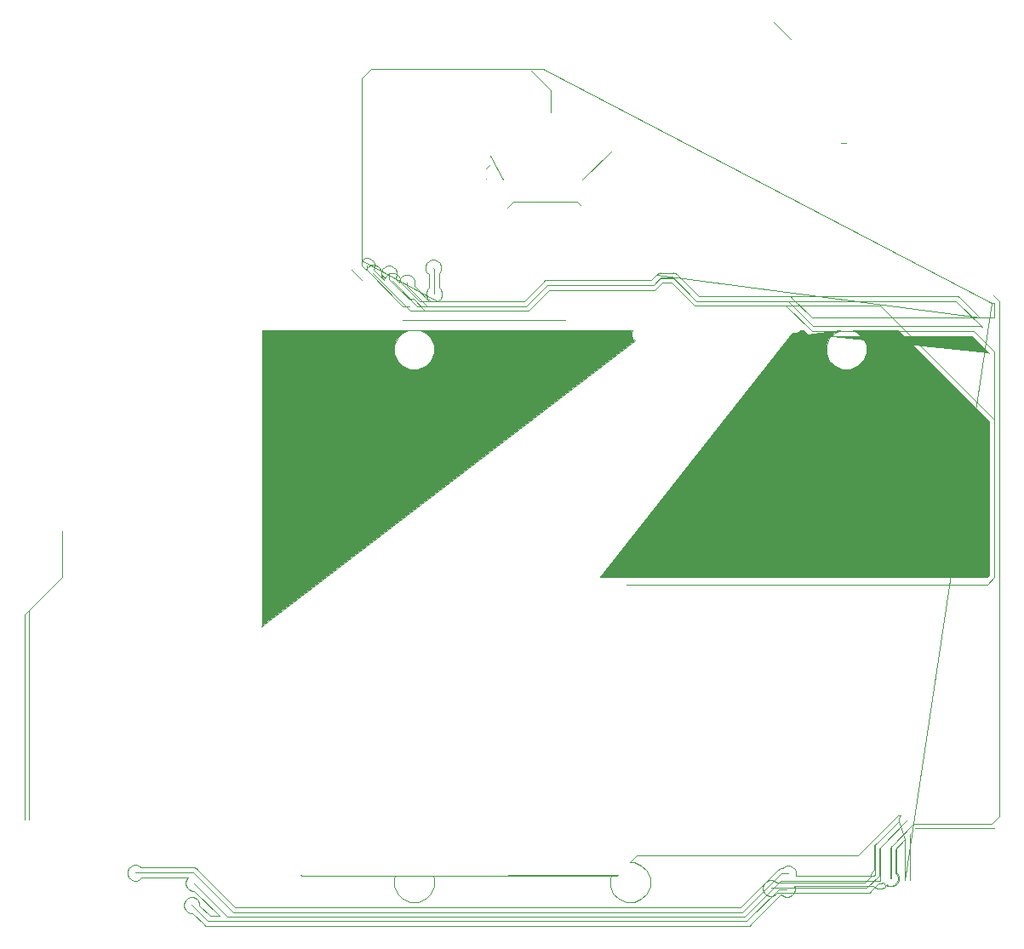
<source format=gbr>
From a5e2087555c84d14ad58ee689e38bd64377df108 Mon Sep 17 00:00:00 2001
From: jaseg <git@jaseg.net>
Date: Thu, 31 Jan 2019 10:55:07 +0900
Subject: driver: Add mounting holes for heatsink

---
 driver/gerber/driver-B.Cu.gbr | 1020 ++++++++++++++++++++++++++---------------
 1 file changed, 655 insertions(+), 365 deletions(-)

(limited to 'driver/gerber/driver-B.Cu.gbr')

diff --git a/driver/gerber/driver-B.Cu.gbr b/driver/gerber/driver-B.Cu.gbr
index 9c8886a..281893f 100644
--- a/driver/gerber/driver-B.Cu.gbr
+++ b/driver/gerber/driver-B.Cu.gbr
@@ -1,12 +1,12 @@
 G04 #@! TF.GenerationSoftware,KiCad,Pcbnew,(5.0.1)*
-G04 #@! TF.CreationDate,2019-01-31T09:46:25+09:00*
+G04 #@! TF.CreationDate,2019-01-31T10:54:59+09:00*
 G04 #@! TF.ProjectId,driver,6472697665722E6B696361645F706362,rev?*
 G04 #@! TF.SameCoordinates,Original*
 G04 #@! TF.FileFunction,Copper,L2,Bot,Signal*
 G04 #@! TF.FilePolarity,Positive*
 %FSLAX46Y46*%
 G04 Gerber Fmt 4.6, Leading zero omitted, Abs format (unit mm)*
-G04 Created by KiCad (PCBNEW (5.0.1)) date Thu Jan 31 09:46:25 2019*
+G04 Created by KiCad (PCBNEW (5.0.1)) date Thu Jan 31 10:54:59 2019*
 %MOMM*%
 %LPD*%
 G01*
@@ -743,7 +743,6 @@ X89000000Y-115500000D03*
 X89000000Y-118000000D03*
 X89000000Y-120500000D03*
 X91500000Y-145500000D03*
-X138150000Y-149900000D03*
 X86500000Y-74750000D03*
 X86750000Y-82750000D03*
 X139500000Y-90000000D03*
@@ -772,7 +771,6 @@ X117100000Y-73100000D03*
 X165500000Y-83500000D03*
 X161900000Y-84500000D03*
 X156900000Y-88500000D03*
-X149600000Y-93200000D03*
 X158600000Y-78100000D03*
 X162700000Y-78100000D03*
 X123600000Y-73400000D03*
@@ -804,7 +802,6 @@ X122100000Y-76000000D03*
 X121300000Y-77000000D03*
 X122100000Y-77000000D03*
 X123600000Y-79100000D03*
-X122700000Y-79100000D03*
 X121900000Y-83100000D03*
 X124300000Y-84600000D03*
 X122700000Y-83100000D03*
@@ -812,19 +809,24 @@ X122600000Y-86600000D03*
 X156900000Y-89500000D03*
 X165500000Y-82600000D03*
 X120100000Y-89900000D03*
-X124300000Y-90374990D03*
 X156900000Y-84600000D03*
+X124300000Y-89874990D03*
+X150312660Y-91474990D03*
+X140300000Y-149900000D03*
+X150300000Y-148700000D03*
+X122712660Y-79112660D03*
+X105250000Y-92750000D03*
 G04 #@! TO.N,+3V3*
-X156250000Y-149400000D03*
 X117200000Y-79000000D03*
 X129600000Y-77300000D03*
 X158989324Y-143889324D03*
-X145500000Y-150600000D03*
+X88087339Y-150112659D03*
+X156330000Y-149900000D03*
 G04 #@! TO.N,/VIN_MON*
 X126600000Y-82700000D03*
 X119300000Y-82900000D03*
-X105300000Y-88700000D03*
-X109558672Y-92725010D03*
+X112000000Y-91500000D03*
+X111900000Y-88900000D03*
 G04 #@! TO.N,/ISO_5V*
 X154000000Y-77500000D03*
 G04 #@! TO.N,/ISO_GND*
@@ -1031,10 +1033,10 @@ G04 #@! TO.N,/BUS_VCC*
 X148650000Y-76910249D03*
 G04 #@! TO.N,/SDA*
 X131100000Y-120400000D03*
-X107500000Y-89474990D03*
+X105950000Y-89400000D03*
 G04 #@! TO.N,/SCL*
-X109312653Y-90387347D03*
 X166500000Y-94800000D03*
+X107850000Y-90200000D03*
 G04 #@! TO.N,/DE*
 X127956666Y-80386667D03*
 X117187342Y-80012661D03*
@@ -1043,9 +1045,15 @@ X143000000Y-73000000D03*
 G04 #@! TO.N,/SLED1*
 X168750000Y-91050000D03*
 X159344239Y-150375010D03*
+G04 #@! TO.N,/SLED2*
+X87900000Y-152300000D03*
+X147086411Y-150700000D03*
+G04 #@! TO.N,/SLED3*
+X82300000Y-149075000D03*
+X147237002Y-149149989D03*
 G04 #@! TO.N,/SLED4*
 X167650000Y-91600000D03*
-X157350000Y-149650000D03*
+X157484796Y-149626213D03*
 G04 #@! TD*
 D31*
 G04 #@! TO.N,+VSW*
@@ -1072,25 +1080,21 @@ X104800000Y-90100000D02*
 X103800000Y-89100000D01*
 X125049971Y-94100029D02*
 X108830137Y-94100029D01*
-G04 #@! TO.N,GND*
-X75000000Y-119650000D02*
-X71250000Y-123400000D01*
-X75000000Y-115080000D02*
-X75000000Y-119650000D01*
-X71250000Y-123400000D02*
-X71250000Y-143750000D01*
 D33*
+G04 #@! TO.N,GND*
 X123600000Y-71250000D02*
 X121650000Y-69300000D01*
 X123600000Y-73400000D02*
 X123600000Y-71250000D01*
-D34*
-G04 #@! TO.N,+3V3*
-X156250000Y-146628648D02*
-X156250000Y-149400000D01*
-X158989324Y-143889324D02*
-X156250000Y-146628648D01*
+D32*
+X71700000Y-122950000D02*
+X71700000Y-143800000D01*
+X75000000Y-115080000D02*
+X75000000Y-119650000D01*
+X75000000Y-119650000D02*
+X71700000Y-122950000D01*
 D31*
+G04 #@! TO.N,+3V3*
 X117600000Y-78600000D02*
 X117200000Y-79000000D01*
 X117600000Y-77750000D02*
@@ -1105,12 +1109,22 @@ X118890686Y-80125001D01*
 X129600000Y-77300000D02*
 X126774999Y-80125001D01*
 D34*
-X155050000Y-150600000D02*
-X146065685Y-150600000D01*
-X156250000Y-149400000D02*
-X155050000Y-150600000D01*
-X146065685Y-150600000D02*
-X145500000Y-150600000D01*
+X146436411Y-149900000D02*
+X155764315Y-149900000D01*
+X91424691Y-153450011D02*
+X142886400Y-153450011D01*
+X156330000Y-146548648D02*
+X156330000Y-149334315D01*
+X156330000Y-149334315D02*
+X156330000Y-149900000D01*
+X158989324Y-143889324D02*
+X156330000Y-146548648D01*
+X88087339Y-150112659D02*
+X91424691Y-153450011D01*
+X142886400Y-153450011D02*
+X146436411Y-149900000D01*
+X155764315Y-149900000D02*
+X156330000Y-149900000D01*
 G04 #@! TO.N,/VIN_MON*
 X126600000Y-82700000D02*
 X126200000Y-82300000D01*
@@ -1118,14 +1132,10 @@ X119900000Y-82300000D02*
 X119300000Y-82900000D01*
 X126200000Y-82300000D02*
 X119900000Y-82300000D01*
-X108992987Y-92725010D02*
-X109558672Y-92725010D01*
-X108888599Y-92725010D02*
-X108992987Y-92725010D01*
-X105300000Y-88700000D02*
-X105300000Y-89136411D01*
-X105300000Y-89136411D02*
-X108888599Y-92725010D01*
+X112000000Y-91500000D02*
+X112000000Y-89000000D01*
+X112000000Y-89000000D02*
+X111900000Y-88900000D01*
 G04 #@! TO.N,/ISO_5V*
 X152500000Y-76505000D02*
 X153005000Y-76505000D01*
@@ -1348,65 +1358,53 @@ X145820000Y-64480000D02*
 X147500000Y-66160000D01*
 D34*
 G04 #@! TO.N,/SDA*
-X107500000Y-90040675D02*
-X107500000Y-89474990D01*
-X165700000Y-95200000D02*
-X149563589Y-95200000D01*
+X105950000Y-89473002D02*
+X105950000Y-89400000D01*
+X109627009Y-93150011D02*
+X105950000Y-89473002D01*
+X121376988Y-93150011D02*
+X109627009Y-93150011D01*
 X135648001Y-90374999D02*
 X134700000Y-90374999D01*
-X167700000Y-97200000D02*
-X165700000Y-95200000D01*
-X167700000Y-119700000D02*
-X167700000Y-97200000D01*
-X149563589Y-95200000D02*
-X147013600Y-92650011D01*
-X131100000Y-120400000D02*
-X167000000Y-120400000D01*
+X134700000Y-90374999D02*
+X133974999Y-91100000D01*
 X167000000Y-120400000D02*
 X167700000Y-119700000D01*
-X147013600Y-92650011D02*
-X137923012Y-92650011D01*
-X109947682Y-92000000D02*
-X109459325Y-92000000D01*
+X131100000Y-120400000D02*
+X167000000Y-120400000D01*
+X167700000Y-119700000D02*
+X167700000Y-104000000D01*
+X167700000Y-104000000D02*
+X156350011Y-92650011D01*
 X137923012Y-92650011D02*
 X135648001Y-90374999D01*
-X111097693Y-93150011D02*
-X109947682Y-92000000D01*
-X121376988Y-93150011D02*
-X111097693Y-93150011D01*
-X109459325Y-92000000D02*
-X107500000Y-90040675D01*
-X134700000Y-90374999D02*
-X133974999Y-91100000D01*
-X133974999Y-91100000D02*
-X123426998Y-91100000D01*
 X123426998Y-91100000D02*
 X121376988Y-93150011D01*
+X133974999Y-91100000D02*
+X123426998Y-91100000D01*
+X156350011Y-92650011D02*
+X137923012Y-92650011D01*
 G04 #@! TO.N,/SCL*
-X111300000Y-92700000D02*
-X109312653Y-90712653D01*
-X121190588Y-92700000D02*
-X111300000Y-92700000D01*
+X110350000Y-92700000D02*
+X108249999Y-90599999D01*
+X108249999Y-90599999D02*
+X107850000Y-90200000D01*
 X123290588Y-90600000D02*
 X121190588Y-92700000D01*
+X138109412Y-92200000D02*
+X135834401Y-89924988D01*
+X135834401Y-89924988D02*
+X134513600Y-89924988D01*
 X133838589Y-90600000D02*
 X123290588Y-90600000D01*
-X134538589Y-89900000D02*
-X133838589Y-90600000D01*
-X166400000Y-94700000D02*
-X149700000Y-94700000D01*
-X149700000Y-94700000D02*
-X147200000Y-92200000D01*
-X166500000Y-94800000D02*
-X166400000Y-94700000D01*
-X109312653Y-90712653D02*
-X109312653Y-90387347D01*
-X138109412Y-92200000D02*
-X135809412Y-89900000D01*
-X147200000Y-92200000D02*
+X163900000Y-92200000D02*
 X138109412Y-92200000D01*
-X135809412Y-89900000D02*
-X134538589Y-89900000D01*
+X166500000Y-94800000D02*
+X163900000Y-92200000D01*
+X121190588Y-92700000D02*
+X110350000Y-92700000D01*
+X134513600Y-89924988D02*
+X133838589Y-90600000D01*
 G04 #@! TO.N,/DE*
 X117200000Y-80000003D02*
 X117187342Y-80012661D01*
@@ -1465,34 +1463,62 @@ X167725010Y-144674990D02*
 X159865374Y-144674990D01*
 X159344239Y-145196125D02*
 X159344239Y-149809325D01*
+G04 #@! TO.N,/SLED2*
+X146300000Y-150700000D02*
+X147086411Y-150700000D01*
+X87900000Y-152300000D02*
+X89500022Y-153900022D01*
+X143099978Y-153900022D02*
+X146300000Y-150700000D01*
+X89500022Y-153900022D02*
+X143099978Y-153900022D01*
+G04 #@! TO.N,/SLED3*
+X146540598Y-149149989D02*
+X147237002Y-149149989D01*
+X142690587Y-153000000D02*
+X146540598Y-149149989D01*
+X92000000Y-153000000D02*
+X142690587Y-153000000D01*
+X82300000Y-149075000D02*
+X88075000Y-149075000D01*
+X88075000Y-149075000D02*
+X92000000Y-153000000D01*
 G04 #@! TO.N,/SLED4*
-X157350000Y-149084315D02*
-X157350000Y-149650000D01*
-X168249989Y-92199989D02*
-X168249989Y-143450011D01*
-X167650000Y-91600000D02*
-X168249989Y-92199989D01*
-X168249989Y-143450011D02*
-X167475021Y-144224979D01*
 X167475021Y-144224979D02*
 X159678974Y-144224979D01*
+X157484796Y-149060528D02*
+X157484796Y-149626213D01*
 X159678974Y-144224979D02*
-X157350000Y-146553953D01*
-X157350000Y-146553953D02*
-X157350000Y-149084315D01*
+X157484796Y-146419157D01*
+X168249989Y-143450011D02*
+X167475021Y-144224979D01*
+X157484796Y-146419157D02*
+X157484796Y-149060528D01*
+X167650000Y-91600000D02*
+X168249989Y-92199989D01*
+X168249989Y-92199989D02*
+X168249989Y-143450011D01*
 G04 #@! TD*
 D35*
 G04 #@! TO.N,/OUT_A*
 G36*
-X149173664Y-95520010D02*
-X149201668Y-95561921D01*
-X149367719Y-95672873D01*
-X149514150Y-95702000D01*
-X149514154Y-95702000D01*
-X149563588Y-95711833D01*
-X149613022Y-95702000D01*
-X165492066Y-95702000D01*
-X167198001Y-97407937D01*
+X151880119Y-95323980D02*
+X151323980Y-95880119D01*
+X151023000Y-96606750D01*
+X151023000Y-97393250D01*
+X151323980Y-98119881D01*
+X151880119Y-98676020D01*
+X152606750Y-98977000D01*
+X153393250Y-98977000D01*
+X154119881Y-98676020D01*
+X154676020Y-98119881D01*
+X154977000Y-97393250D01*
+X154977000Y-96606750D01*
+X154676020Y-95880119D01*
+X154119881Y-95323980D01*
+X153644329Y-95127000D01*
+X158117066Y-95127000D01*
+X167198001Y-104207936D01*
 X167198000Y-119492065D01*
 X167067065Y-119623000D01*
 X128552011Y-119623000D01*
@@ -1542,19 +1568,27 @@ X147645445Y-95377000D01*
 X147954555Y-95377000D01*
 X148240135Y-95258709D01*
 X148371844Y-95127000D01*
-X148780654Y-95127000D01*
-X149173664Y-95520010D01*
-X149173664Y-95520010D01*
+X152355671Y-95127000D01*
+X151880119Y-95323980D01*
+X151880119Y-95323980D01*
 G37*
-X149173664Y-95520010D02*
-X149201668Y-95561921D01*
-X149367719Y-95672873D01*
-X149514150Y-95702000D01*
-X149514154Y-95702000D01*
-X149563588Y-95711833D01*
-X149613022Y-95702000D01*
-X165492066Y-95702000D01*
-X167198001Y-97407937D01*
+X151880119Y-95323980D02*
+X151323980Y-95880119D01*
+X151023000Y-96606750D01*
+X151023000Y-97393250D01*
+X151323980Y-98119881D01*
+X151880119Y-98676020D01*
+X152606750Y-98977000D01*
+X153393250Y-98977000D01*
+X154119881Y-98676020D01*
+X154676020Y-98119881D01*
+X154977000Y-97393250D01*
+X154977000Y-96606750D01*
+X154676020Y-95880119D01*
+X154119881Y-95323980D01*
+X153644329Y-95127000D01*
+X158117066Y-95127000D01*
+X167198001Y-104207936D01*
 X167198000Y-119492065D01*
 X167067065Y-119623000D01*
 X128552011Y-119623000D01*
@@ -1604,8 +1638,8 @@ X147645445Y-95377000D01*
 X147954555Y-95377000D01*
 X148240135Y-95258709D01*
 X148371844Y-95127000D01*
-X148780654Y-95127000D01*
-X149173664Y-95520010D01*
+X152355671Y-95127000D01*
+X151880119Y-95323980D01*
 G04 #@! TO.N,/OUT_B*
 G36*
 X130323000Y-120245445D02*
@@ -1756,7 +1790,23 @@ X130372061Y-120127000D01*
 X130323000Y-120245445D01*
 G04 #@! TO.N,/VIN*
 G36*
-X131623002Y-95345445D02*
+X108880119Y-95323980D02*
+X108323980Y-95880119D01*
+X108023000Y-96606750D01*
+X108023000Y-97393250D01*
+X108323980Y-98119881D01*
+X108880119Y-98676020D01*
+X109606750Y-98977000D01*
+X110393250Y-98977000D01*
+X111119881Y-98676020D01*
+X111676020Y-98119881D01*
+X111977000Y-97393250D01*
+X111977000Y-96606750D01*
+X111676020Y-95880119D01*
+X111119881Y-95323980D01*
+X110644329Y-95127000D01*
+X131713485Y-95127000D01*
+X131623002Y-95345445D01*
 X131623002Y-95654555D01*
 X131741293Y-95940135D01*
 X131959867Y-96158709D01*
@@ -1837,11 +1887,27 @@ X94839803Y-124589803D01*
 X94867333Y-124548601D01*
 X94877000Y-124500000D01*
 X94877000Y-95127000D01*
+X109355671Y-95127000D01*
+X108880119Y-95323980D01*
+X108880119Y-95323980D01*
+G37*
+X108880119Y-95323980D02*
+X108323980Y-95880119D01*
+X108023000Y-96606750D01*
+X108023000Y-97393250D01*
+X108323980Y-98119881D01*
+X108880119Y-98676020D01*
+X109606750Y-98977000D01*
+X110393250Y-98977000D01*
+X111119881Y-98676020D01*
+X111676020Y-98119881D01*
+X111977000Y-97393250D01*
+X111977000Y-96606750D01*
+X111676020Y-95880119D01*
+X111119881Y-95323980D01*
+X110644329Y-95127000D01*
 X131713485Y-95127000D01*
 X131623002Y-95345445D01*
-X131623002Y-95345445D01*
-G37*
-X131623002Y-95345445D02*
 X131623002Y-95654555D01*
 X131741293Y-95940135D01*
 X131959867Y-96158709D01*
@@ -1922,8 +1988,8 @@ X94839803Y-124589803D01*
 X94867333Y-124548601D01*
 X94877000Y-124500000D01*
 X94877000Y-95127000D01*
-X131713485Y-95127000D01*
-X131623002Y-95345445D01*
+X109355671Y-95127000D01*
+X108880119Y-95323980D01*
 G04 #@! TO.N,GND*
 G36*
 X92873000Y-123873000D02*
@@ -1959,13 +2025,21 @@ X109910197Y-147089803D01*
 X109951399Y-147117333D01*
 X110000000Y-147127000D01*
 X131693394Y-147127000D01*
-X129947394Y-148873000D01*
+X130578647Y-148241747D01*
+X130380119Y-148323980D01*
+X129831099Y-148873000D01*
+X111668901Y-148873000D01*
+X111119881Y-148323980D01*
+X110393250Y-148023000D01*
+X109606750Y-148023000D01*
+X108880119Y-148323980D01*
+X108331099Y-148873000D01*
 X99052606Y-148873000D01*
 X93089803Y-142910197D01*
 X93048601Y-142882667D01*
 X93000000Y-142873000D01*
-X72227000Y-142873000D01*
-X72227000Y-123804686D01*
+X72677000Y-142873000D01*
+X72677000Y-123354686D01*
 X75622806Y-120408881D01*
 X75670519Y-120377000D01*
 X82843842Y-120377000D01*
@@ -1983,13 +2057,21 @@ X109910197Y-147089803D01*
 X109951399Y-147117333D01*
 X110000000Y-147127000D01*
 X131693394Y-147127000D01*
-X129947394Y-148873000D01*
+X130578647Y-148241747D01*
+X130380119Y-148323980D01*
+X129831099Y-148873000D01*
+X111668901Y-148873000D01*
+X111119881Y-148323980D01*
+X110393250Y-148023000D01*
+X109606750Y-148023000D01*
+X108880119Y-148323980D01*
+X108331099Y-148873000D01*
 X99052606Y-148873000D01*
 X93089803Y-142910197D01*
 X93048601Y-142882667D01*
 X93000000Y-142873000D01*
-X72227000Y-142873000D01*
-X72227000Y-123804686D01*
+X72677000Y-142873000D01*
+X72677000Y-123354686D01*
 X75622806Y-120408881D01*
 X75670519Y-120377000D01*
 X82843842Y-120377000D01*
@@ -1999,9 +2081,33 @@ G36*
 X98733421Y-149266579D02*
 X98855728Y-149348303D01*
 X99000000Y-149377000D01*
-X130000000Y-149377000D01*
-X130144272Y-149348303D01*
-X130266579Y-149266579D01*
+X108118165Y-149377000D01*
+X108023000Y-149606750D01*
+X108023000Y-150393250D01*
+X108323980Y-151119881D01*
+X108880119Y-151676020D01*
+X109606750Y-151977000D01*
+X110393250Y-151977000D01*
+X111119881Y-151676020D01*
+X111676020Y-151119881D01*
+X111977000Y-150393250D01*
+X111977000Y-149606750D01*
+X111881835Y-149377000D01*
+X129618165Y-149377000D01*
+X129523000Y-149606750D01*
+X129523000Y-150393250D01*
+X129823980Y-151119881D01*
+X130380119Y-151676020D01*
+X131106750Y-151977000D01*
+X131893250Y-151977000D01*
+X132619881Y-151676020D01*
+X133176020Y-151119881D01*
+X133477000Y-150393250D01*
+X133477000Y-149606750D01*
+X133176020Y-148880119D01*
+X132619881Y-148323980D01*
+X131893250Y-148023000D01*
+X131510158Y-148023000D01*
 X132156158Y-147377000D01*
 X154000000Y-147377000D01*
 X154144272Y-147348303D01*
@@ -2010,55 +2116,122 @@ X158156158Y-143377000D01*
 X158402804Y-143377000D01*
 X158330615Y-143449189D01*
 X158212324Y-143734769D01*
-X158212324Y-143956388D01*
-X155929993Y-146238721D01*
-X155888079Y-146266727D01*
-X155777127Y-146432779D01*
-X155748000Y-146579210D01*
-X155748000Y-146579214D01*
-X155738167Y-146628648D01*
-X155748000Y-146678082D01*
-X155748001Y-148803155D01*
-X155591291Y-148959865D01*
-X155473000Y-149245445D01*
-X155473000Y-149467065D01*
-X154842066Y-150098000D01*
-X146096844Y-150098000D01*
-X145940135Y-149941291D01*
-X145654555Y-149823000D01*
-X145345445Y-149823000D01*
-X145059865Y-149941291D01*
-X144841291Y-150159865D01*
-X144723000Y-150445445D01*
-X144723000Y-150754555D01*
-X144841291Y-151040135D01*
-X145059865Y-151258709D01*
-X145345445Y-151377000D01*
-X145654555Y-151377000D01*
-X145940135Y-151258709D01*
-X146096844Y-151102000D01*
-X155000566Y-151102000D01*
-X155050000Y-151111833D01*
-X155099434Y-151102000D01*
-X155099439Y-151102000D01*
-X155245870Y-151072873D01*
-X155411921Y-150961921D01*
-X155439927Y-150920007D01*
-X156182935Y-150177000D01*
-X156404555Y-150177000D01*
-X156680011Y-150062903D01*
-X156691291Y-150090135D01*
-X156909865Y-150308709D01*
-X157195445Y-150427000D01*
-X157504555Y-150427000D01*
-X157790135Y-150308709D01*
-X158008709Y-150090135D01*
-X158127000Y-149804555D01*
-X158127000Y-149495445D01*
-X158008709Y-149209865D01*
-X157852000Y-149053156D01*
-X157852000Y-146761887D01*
-X158842239Y-145771648D01*
+X158212324Y-143956389D01*
+X156009993Y-146158721D01*
+X155968079Y-146186727D01*
+X155857127Y-146352779D01*
+X155828000Y-146499210D01*
+X155828000Y-146499214D01*
+X155818167Y-146548648D01*
+X155828000Y-146598082D01*
+X155828001Y-149284872D01*
+X155828000Y-149284877D01*
+X155828000Y-149303156D01*
+X155733156Y-149398000D01*
+X147975291Y-149398000D01*
+X148014002Y-149304544D01*
+X148014002Y-148995434D01*
+X147895711Y-148709854D01*
+X147677137Y-148491280D01*
+X147391557Y-148372989D01*
+X147082447Y-148372989D01*
+X146796867Y-148491280D01*
+X146640158Y-148647989D01*
+X146590032Y-148647989D01*
+X146540598Y-148638156D01*
+X146491164Y-148647989D01*
+X146491159Y-148647989D01*
+X146344728Y-148677116D01*
+X146178677Y-148788068D01*
+X146150673Y-148829979D01*
+X142482653Y-152498000D01*
+X92207936Y-152498000D01*
+X88464927Y-148754993D01*
+X88436921Y-148713079D01*
+X88270870Y-148602127D01*
+X88124439Y-148573000D01*
+X88124434Y-148573000D01*
+X88075000Y-148563167D01*
+X88025566Y-148573000D01*
+X82896844Y-148573000D01*
+X82740135Y-148416291D01*
+X82454555Y-148298000D01*
+X82145445Y-148298000D01*
+X81859865Y-148416291D01*
+X81641291Y-148634865D01*
+X81523000Y-148920445D01*
+X81523000Y-149229555D01*
+X81641291Y-149515135D01*
+X81859865Y-149733709D01*
+X82145445Y-149852000D01*
+X82454555Y-149852000D01*
+X82740135Y-149733709D01*
+X82896844Y-149577000D01*
+X87524154Y-149577000D01*
+X87428630Y-149672524D01*
+X87310339Y-149958104D01*
+X87310339Y-150267214D01*
+X87428630Y-150552794D01*
+X87647204Y-150771368D01*
+X87932784Y-150889659D01*
+X88154405Y-150889659D01*
+X90662767Y-153398022D01*
+X89707957Y-153398022D01*
+X88677000Y-152367066D01*
+X88677000Y-152145445D01*
+X88558709Y-151859865D01*
+X88340135Y-151641291D01*
+X88054555Y-151523000D01*
+X87745445Y-151523000D01*
+X87459865Y-151641291D01*
+X87241291Y-151859865D01*
+X87123000Y-152145445D01*
+X87123000Y-152454555D01*
+X87241291Y-152740135D01*
+X87459865Y-152958709D01*
+X87745445Y-153077000D01*
+X87967066Y-153077000D01*
+X89110097Y-154220032D01*
+X89138101Y-154261943D01*
+X89304152Y-154372895D01*
+X89450583Y-154402022D01*
+X89450588Y-154402022D01*
+X89500022Y-154411855D01*
+X89549456Y-154402022D01*
+X143050544Y-154402022D01*
+X143099978Y-154411855D01*
+X143149412Y-154402022D01*
+X143149417Y-154402022D01*
+X143295848Y-154372895D01*
+X143461899Y-154261943D01*
+X143489905Y-154220029D01*
+X146498751Y-151211184D01*
+X146646276Y-151358709D01*
+X146931856Y-151477000D01*
+X147240966Y-151477000D01*
+X147526546Y-151358709D01*
+X147745120Y-151140135D01*
+X147863411Y-150854555D01*
+X147863411Y-150545445D01*
+X147803994Y-150402000D01*
+X155733156Y-150402000D01*
+X155889865Y-150558709D01*
+X156175445Y-150677000D01*
+X156484555Y-150677000D01*
+X156770135Y-150558709D01*
+X156988709Y-150340135D01*
+X157021268Y-150261529D01*
+X157044661Y-150284922D01*
+X157330241Y-150403213D01*
+X157639351Y-150403213D01*
+X157924931Y-150284922D01*
+X158143505Y-150066348D01*
+X158261796Y-149780768D01*
+X158261796Y-149471658D01*
+X158143505Y-149186078D01*
+X157986796Y-149029369D01*
+X157986796Y-146627091D01*
+X158842239Y-145771649D01*
 X158842240Y-149759882D01*
 X158842239Y-149759887D01*
 X158842239Y-149778166D01*
@@ -2087,9 +2260,33 @@ G37*
 X98733421Y-149266579D02*
 X98855728Y-149348303D01*
 X99000000Y-149377000D01*
-X130000000Y-149377000D01*
-X130144272Y-149348303D01*
-X130266579Y-149266579D01*
+X108118165Y-149377000D01*
+X108023000Y-149606750D01*
+X108023000Y-150393250D01*
+X108323980Y-151119881D01*
+X108880119Y-151676020D01*
+X109606750Y-151977000D01*
+X110393250Y-151977000D01*
+X111119881Y-151676020D01*
+X111676020Y-151119881D01*
+X111977000Y-150393250D01*
+X111977000Y-149606750D01*
+X111881835Y-149377000D01*
+X129618165Y-149377000D01*
+X129523000Y-149606750D01*
+X129523000Y-150393250D01*
+X129823980Y-151119881D01*
+X130380119Y-151676020D01*
+X131106750Y-151977000D01*
+X131893250Y-151977000D01*
+X132619881Y-151676020D01*
+X133176020Y-151119881D01*
+X133477000Y-150393250D01*
+X133477000Y-149606750D01*
+X133176020Y-148880119D01*
+X132619881Y-148323980D01*
+X131893250Y-148023000D01*
+X131510158Y-148023000D01*
 X132156158Y-147377000D01*
 X154000000Y-147377000D01*
 X154144272Y-147348303D01*
@@ -2098,55 +2295,122 @@ X158156158Y-143377000D01*
 X158402804Y-143377000D01*
 X158330615Y-143449189D01*
 X158212324Y-143734769D01*
-X158212324Y-143956388D01*
-X155929993Y-146238721D01*
-X155888079Y-146266727D01*
-X155777127Y-146432779D01*
-X155748000Y-146579210D01*
-X155748000Y-146579214D01*
-X155738167Y-146628648D01*
-X155748000Y-146678082D01*
-X155748001Y-148803155D01*
-X155591291Y-148959865D01*
-X155473000Y-149245445D01*
-X155473000Y-149467065D01*
-X154842066Y-150098000D01*
-X146096844Y-150098000D01*
-X145940135Y-149941291D01*
-X145654555Y-149823000D01*
-X145345445Y-149823000D01*
-X145059865Y-149941291D01*
-X144841291Y-150159865D01*
-X144723000Y-150445445D01*
-X144723000Y-150754555D01*
-X144841291Y-151040135D01*
-X145059865Y-151258709D01*
-X145345445Y-151377000D01*
-X145654555Y-151377000D01*
-X145940135Y-151258709D01*
-X146096844Y-151102000D01*
-X155000566Y-151102000D01*
-X155050000Y-151111833D01*
-X155099434Y-151102000D01*
-X155099439Y-151102000D01*
-X155245870Y-151072873D01*
-X155411921Y-150961921D01*
-X155439927Y-150920007D01*
-X156182935Y-150177000D01*
-X156404555Y-150177000D01*
-X156680011Y-150062903D01*
-X156691291Y-150090135D01*
-X156909865Y-150308709D01*
-X157195445Y-150427000D01*
-X157504555Y-150427000D01*
-X157790135Y-150308709D01*
-X158008709Y-150090135D01*
-X158127000Y-149804555D01*
-X158127000Y-149495445D01*
-X158008709Y-149209865D01*
-X157852000Y-149053156D01*
-X157852000Y-146761887D01*
-X158842239Y-145771648D01*
+X158212324Y-143956389D01*
+X156009993Y-146158721D01*
+X155968079Y-146186727D01*
+X155857127Y-146352779D01*
+X155828000Y-146499210D01*
+X155828000Y-146499214D01*
+X155818167Y-146548648D01*
+X155828000Y-146598082D01*
+X155828001Y-149284872D01*
+X155828000Y-149284877D01*
+X155828000Y-149303156D01*
+X155733156Y-149398000D01*
+X147975291Y-149398000D01*
+X148014002Y-149304544D01*
+X148014002Y-148995434D01*
+X147895711Y-148709854D01*
+X147677137Y-148491280D01*
+X147391557Y-148372989D01*
+X147082447Y-148372989D01*
+X146796867Y-148491280D01*
+X146640158Y-148647989D01*
+X146590032Y-148647989D01*
+X146540598Y-148638156D01*
+X146491164Y-148647989D01*
+X146491159Y-148647989D01*
+X146344728Y-148677116D01*
+X146178677Y-148788068D01*
+X146150673Y-148829979D01*
+X142482653Y-152498000D01*
+X92207936Y-152498000D01*
+X88464927Y-148754993D01*
+X88436921Y-148713079D01*
+X88270870Y-148602127D01*
+X88124439Y-148573000D01*
+X88124434Y-148573000D01*
+X88075000Y-148563167D01*
+X88025566Y-148573000D01*
+X82896844Y-148573000D01*
+X82740135Y-148416291D01*
+X82454555Y-148298000D01*
+X82145445Y-148298000D01*
+X81859865Y-148416291D01*
+X81641291Y-148634865D01*
+X81523000Y-148920445D01*
+X81523000Y-149229555D01*
+X81641291Y-149515135D01*
+X81859865Y-149733709D01*
+X82145445Y-149852000D01*
+X82454555Y-149852000D01*
+X82740135Y-149733709D01*
+X82896844Y-149577000D01*
+X87524154Y-149577000D01*
+X87428630Y-149672524D01*
+X87310339Y-149958104D01*
+X87310339Y-150267214D01*
+X87428630Y-150552794D01*
+X87647204Y-150771368D01*
+X87932784Y-150889659D01*
+X88154405Y-150889659D01*
+X90662767Y-153398022D01*
+X89707957Y-153398022D01*
+X88677000Y-152367066D01*
+X88677000Y-152145445D01*
+X88558709Y-151859865D01*
+X88340135Y-151641291D01*
+X88054555Y-151523000D01*
+X87745445Y-151523000D01*
+X87459865Y-151641291D01*
+X87241291Y-151859865D01*
+X87123000Y-152145445D01*
+X87123000Y-152454555D01*
+X87241291Y-152740135D01*
+X87459865Y-152958709D01*
+X87745445Y-153077000D01*
+X87967066Y-153077000D01*
+X89110097Y-154220032D01*
+X89138101Y-154261943D01*
+X89304152Y-154372895D01*
+X89450583Y-154402022D01*
+X89450588Y-154402022D01*
+X89500022Y-154411855D01*
+X89549456Y-154402022D01*
+X143050544Y-154402022D01*
+X143099978Y-154411855D01*
+X143149412Y-154402022D01*
+X143149417Y-154402022D01*
+X143295848Y-154372895D01*
+X143461899Y-154261943D01*
+X143489905Y-154220029D01*
+X146498751Y-151211184D01*
+X146646276Y-151358709D01*
+X146931856Y-151477000D01*
+X147240966Y-151477000D01*
+X147526546Y-151358709D01*
+X147745120Y-151140135D01*
+X147863411Y-150854555D01*
+X147863411Y-150545445D01*
+X147803994Y-150402000D01*
+X155733156Y-150402000D01*
+X155889865Y-150558709D01*
+X156175445Y-150677000D01*
+X156484555Y-150677000D01*
+X156770135Y-150558709D01*
+X156988709Y-150340135D01*
+X157021268Y-150261529D01*
+X157044661Y-150284922D01*
+X157330241Y-150403213D01*
+X157639351Y-150403213D01*
+X157924931Y-150284922D01*
+X158143505Y-150066348D01*
+X158261796Y-149780768D01*
+X158261796Y-149471658D01*
+X158143505Y-149186078D01*
+X157986796Y-149029369D01*
+X157986796Y-146627091D01*
+X158842239Y-145771649D01*
 X158842240Y-149759882D01*
 X158842239Y-149759887D01*
 X158842239Y-149778166D01*
@@ -2538,32 +2802,32 @@ X167495445Y-92377000D01*
 X167717065Y-92377000D01*
 X167747989Y-92407924D01*
 X167747989Y-93873000D01*
-X149582935Y-93873000D01*
-X147589927Y-91879993D01*
-X147561921Y-91838079D01*
-X147395870Y-91727127D01*
-X147249439Y-91698000D01*
-X147249434Y-91698000D01*
-X147200000Y-91688167D01*
-X147150566Y-91698000D01*
-X138317348Y-91698000D01*
-X136199339Y-89579993D01*
-X136171333Y-89538079D01*
-X136005282Y-89427127D01*
-X135858851Y-89398000D01*
-X135858846Y-89398000D01*
-X135809412Y-89388167D01*
-X135759978Y-89398000D01*
-X134588022Y-89398000D01*
-X134538588Y-89388167D01*
-X134489154Y-89398000D01*
-X134489150Y-89398000D01*
-X134342719Y-89427127D01*
-X134342718Y-89427128D01*
-X134342717Y-89427128D01*
-X134268079Y-89477000D01*
-X134176668Y-89538079D01*
-X134148664Y-89579991D01*
+X166282936Y-93873000D01*
+X164289927Y-91879993D01*
+X164261921Y-91838079D01*
+X164095870Y-91727127D01*
+X163949439Y-91698000D01*
+X163949434Y-91698000D01*
+X163900000Y-91688167D01*
+X163850566Y-91698000D01*
+X138317347Y-91698000D01*
+X136224326Y-89604978D01*
+X136196322Y-89563067D01*
+X136030271Y-89452115D01*
+X135883840Y-89422988D01*
+X135883835Y-89422988D01*
+X135834401Y-89413155D01*
+X135784967Y-89422988D01*
+X134563033Y-89422988D01*
+X134513599Y-89413155D01*
+X134464165Y-89422988D01*
+X134464161Y-89422988D01*
+X134317730Y-89452115D01*
+X134317729Y-89452116D01*
+X134317728Y-89452116D01*
+X134228356Y-89511833D01*
+X134151679Y-89563067D01*
+X134123674Y-89604979D01*
 X133630655Y-90098000D01*
 X123340021Y-90098000D01*
 X123290587Y-90088167D01*
@@ -2572,48 +2836,61 @@ X123241149Y-90098000D01*
 X123094718Y-90127127D01*
 X123094717Y-90127128D01*
 X123094716Y-90127128D01*
-X123084882Y-90133699D01*
+X123075452Y-90140000D01*
 X122928667Y-90238079D01*
 X122900663Y-90279990D01*
 X120982654Y-92198000D01*
-X111507936Y-92198000D01*
-X110019998Y-90710064D01*
-X110089653Y-90541902D01*
-X110089653Y-90232792D01*
-X109971362Y-89947212D01*
-X109752788Y-89728638D01*
-X109467208Y-89610347D01*
-X109158098Y-89610347D01*
-X108872518Y-89728638D01*
-X108653944Y-89947212D01*
-X108535653Y-90232792D01*
-X108535653Y-90366394D01*
-X108121547Y-89952287D01*
-X108158709Y-89915125D01*
-X108277000Y-89629545D01*
-X108277000Y-89320435D01*
-X108158709Y-89034855D01*
-X107940135Y-88816281D01*
-X107654555Y-88697990D01*
-X107345445Y-88697990D01*
-X107059865Y-88816281D01*
-X106841291Y-89034855D01*
-X106723000Y-89320435D01*
-X106723000Y-89629545D01*
-X106841291Y-89915125D01*
-X106993462Y-90067296D01*
-X106998000Y-90090109D01*
-X106998000Y-90090113D01*
-X107006533Y-90133009D01*
-X105974803Y-89101280D01*
-X106077000Y-88854555D01*
-X106077000Y-88545445D01*
-X105958709Y-88259865D01*
-X105740135Y-88041291D01*
-X105454555Y-87923000D01*
-X105145445Y-87923000D01*
-X104859865Y-88041291D01*
-X104777000Y-88124156D01*
+X112345278Y-92198000D01*
+X112440135Y-92158709D01*
+X112658709Y-91940135D01*
+X112777000Y-91654555D01*
+X112777000Y-91345445D01*
+X112658709Y-91059865D01*
+X112502000Y-90903156D01*
+X112502000Y-89396844D01*
+X112558709Y-89340135D01*
+X112677000Y-89054555D01*
+X112677000Y-88745445D01*
+X112558709Y-88459865D01*
+X112340135Y-88241291D01*
+X112054555Y-88123000D01*
+X111745445Y-88123000D01*
+X111459865Y-88241291D01*
+X111241291Y-88459865D01*
+X111123000Y-88745445D01*
+X111123000Y-89054555D01*
+X111241291Y-89340135D01*
+X111459865Y-89558709D01*
+X111498001Y-89574505D01*
+X111498000Y-90903156D01*
+X111341291Y-91059865D01*
+X111223000Y-91345445D01*
+X111223000Y-91654555D01*
+X111341291Y-91940135D01*
+X111559865Y-92158709D01*
+X111654722Y-92198000D01*
+X110557935Y-92198000D01*
+X108639926Y-90279992D01*
+X108639925Y-90279990D01*
+X108627000Y-90267065D01*
+X108627000Y-90045445D01*
+X108508709Y-89759865D01*
+X108290135Y-89541291D01*
+X108004555Y-89423000D01*
+X107695445Y-89423000D01*
+X107409865Y-89541291D01*
+X107191291Y-89759865D01*
+X107119680Y-89932748D01*
+X106727000Y-89540068D01*
+X106727000Y-89245445D01*
+X106608709Y-88959865D01*
+X106390135Y-88741291D01*
+X106104555Y-88623000D01*
+X105795445Y-88623000D01*
+X105509865Y-88741291D01*
+X105291291Y-88959865D01*
+X105218144Y-89136457D01*
+X104777000Y-88695314D01*
 X104777000Y-70004686D01*
 X105705860Y-69075826D01*
 X122813000Y-69075826D01*
@@ -3260,32 +3537,32 @@ X167495445Y-92377000D01*
 X167717065Y-92377000D01*
 X167747989Y-92407924D01*
 X167747989Y-93873000D01*
-X149582935Y-93873000D01*
-X147589927Y-91879993D01*
-X147561921Y-91838079D01*
-X147395870Y-91727127D01*
-X147249439Y-91698000D01*
-X147249434Y-91698000D01*
-X147200000Y-91688167D01*
-X147150566Y-91698000D01*
-X138317348Y-91698000D01*
-X136199339Y-89579993D01*
-X136171333Y-89538079D01*
-X136005282Y-89427127D01*
-X135858851Y-89398000D01*
-X135858846Y-89398000D01*
-X135809412Y-89388167D01*
-X135759978Y-89398000D01*
-X134588022Y-89398000D01*
-X134538588Y-89388167D01*
-X134489154Y-89398000D01*
-X134489150Y-89398000D01*
-X134342719Y-89427127D01*
-X134342718Y-89427128D01*
-X134342717Y-89427128D01*
-X134268079Y-89477000D01*
-X134176668Y-89538079D01*
-X134148664Y-89579991D01*
+X166282936Y-93873000D01*
+X164289927Y-91879993D01*
+X164261921Y-91838079D01*
+X164095870Y-91727127D01*
+X163949439Y-91698000D01*
+X163949434Y-91698000D01*
+X163900000Y-91688167D01*
+X163850566Y-91698000D01*
+X138317347Y-91698000D01*
+X136224326Y-89604978D01*
+X136196322Y-89563067D01*
+X136030271Y-89452115D01*
+X135883840Y-89422988D01*
+X135883835Y-89422988D01*
+X135834401Y-89413155D01*
+X135784967Y-89422988D01*
+X134563033Y-89422988D01*
+X134513599Y-89413155D01*
+X134464165Y-89422988D01*
+X134464161Y-89422988D01*
+X134317730Y-89452115D01*
+X134317729Y-89452116D01*
+X134317728Y-89452116D01*
+X134228356Y-89511833D01*
+X134151679Y-89563067D01*
+X134123674Y-89604979D01*
 X133630655Y-90098000D01*
 X123340021Y-90098000D01*
 X123290587Y-90088167D01*
@@ -3294,48 +3571,61 @@ X123241149Y-90098000D01*
 X123094718Y-90127127D01*
 X123094717Y-90127128D01*
 X123094716Y-90127128D01*
-X123084882Y-90133699D01*
+X123075452Y-90140000D01*
 X122928667Y-90238079D01*
 X122900663Y-90279990D01*
 X120982654Y-92198000D01*
-X111507936Y-92198000D01*
-X110019998Y-90710064D01*
-X110089653Y-90541902D01*
-X110089653Y-90232792D01*
-X109971362Y-89947212D01*
-X109752788Y-89728638D01*
-X109467208Y-89610347D01*
-X109158098Y-89610347D01*
-X108872518Y-89728638D01*
-X108653944Y-89947212D01*
-X108535653Y-90232792D01*
-X108535653Y-90366394D01*
-X108121547Y-89952287D01*
-X108158709Y-89915125D01*
-X108277000Y-89629545D01*
-X108277000Y-89320435D01*
-X108158709Y-89034855D01*
-X107940135Y-88816281D01*
-X107654555Y-88697990D01*
-X107345445Y-88697990D01*
-X107059865Y-88816281D01*
-X106841291Y-89034855D01*
-X106723000Y-89320435D01*
-X106723000Y-89629545D01*
-X106841291Y-89915125D01*
-X106993462Y-90067296D01*
-X106998000Y-90090109D01*
-X106998000Y-90090113D01*
-X107006533Y-90133009D01*
-X105974803Y-89101280D01*
-X106077000Y-88854555D01*
-X106077000Y-88545445D01*
-X105958709Y-88259865D01*
-X105740135Y-88041291D01*
-X105454555Y-87923000D01*
-X105145445Y-87923000D01*
-X104859865Y-88041291D01*
-X104777000Y-88124156D01*
+X112345278Y-92198000D01*
+X112440135Y-92158709D01*
+X112658709Y-91940135D01*
+X112777000Y-91654555D01*
+X112777000Y-91345445D01*
+X112658709Y-91059865D01*
+X112502000Y-90903156D01*
+X112502000Y-89396844D01*
+X112558709Y-89340135D01*
+X112677000Y-89054555D01*
+X112677000Y-88745445D01*
+X112558709Y-88459865D01*
+X112340135Y-88241291D01*
+X112054555Y-88123000D01*
+X111745445Y-88123000D01*
+X111459865Y-88241291D01*
+X111241291Y-88459865D01*
+X111123000Y-88745445D01*
+X111123000Y-89054555D01*
+X111241291Y-89340135D01*
+X111459865Y-89558709D01*
+X111498001Y-89574505D01*
+X111498000Y-90903156D01*
+X111341291Y-91059865D01*
+X111223000Y-91345445D01*
+X111223000Y-91654555D01*
+X111341291Y-91940135D01*
+X111559865Y-92158709D01*
+X111654722Y-92198000D01*
+X110557935Y-92198000D01*
+X108639926Y-90279992D01*
+X108639925Y-90279990D01*
+X108627000Y-90267065D01*
+X108627000Y-90045445D01*
+X108508709Y-89759865D01*
+X108290135Y-89541291D01*
+X108004555Y-89423000D01*
+X107695445Y-89423000D01*
+X107409865Y-89541291D01*
+X107191291Y-89759865D01*
+X107119680Y-89932748D01*
+X106727000Y-89540068D01*
+X106727000Y-89245445D01*
+X106608709Y-88959865D01*
+X106390135Y-88741291D01*
+X106104555Y-88623000D01*
+X105795445Y-88623000D01*
+X105509865Y-88741291D01*
+X105291291Y-88959865D01*
+X105218144Y-89136457D01*
+X104777000Y-88695314D01*
 X104777000Y-70004686D01*
 X105705860Y-69075826D01*
 X122813000Y-69075826D01*
-- 
cgit 


</source>
